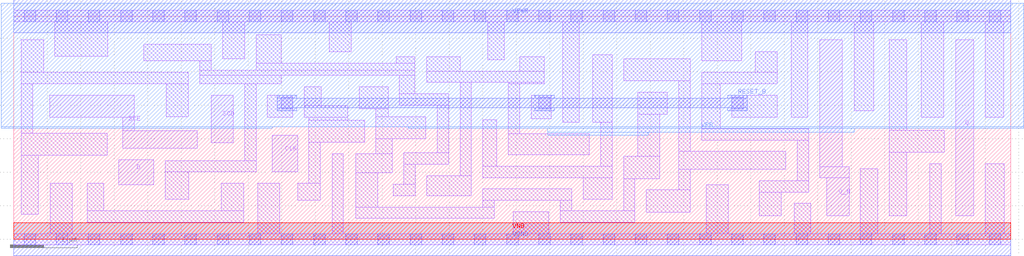
<source format=lef>
# Copyright 2020 The SkyWater PDK Authors
#
# Licensed under the Apache License, Version 2.0 (the "License");
# you may not use this file except in compliance with the License.
# You may obtain a copy of the License at
#
#     https://www.apache.org/licenses/LICENSE-2.0
#
# Unless required by applicable law or agreed to in writing, software
# distributed under the License is distributed on an "AS IS" BASIS,
# WITHOUT WARRANTIES OR CONDITIONS OF ANY KIND, either express or implied.
# See the License for the specific language governing permissions and
# limitations under the License.
#
# SPDX-License-Identifier: Apache-2.0

VERSION 5.7 ;
  NOWIREEXTENSIONATPIN ON ;
  DIVIDERCHAR "/" ;
  BUSBITCHARS "[]" ;
MACRO sky130_fd_sc_ms__sdfrbp_2
  CLASS CORE ;
  FOREIGN sky130_fd_sc_ms__sdfrbp_2 ;
  ORIGIN  0.000000  0.000000 ;
  SIZE  14.88000 BY  3.330000 ;
  SYMMETRY X Y R90 ;
  SITE unit ;
  PIN D
    ANTENNAGATEAREA  0.178200 ;
    DIRECTION INPUT ;
    USE SIGNAL ;
    PORT
      LAYER li1 ;
        RECT 1.565000 0.810000 2.090000 1.190000 ;
    END
  END D
  PIN Q
    ANTENNADIFFAREA  0.509600 ;
    DIRECTION OUTPUT ;
    USE SIGNAL ;
    PORT
      LAYER li1 ;
        RECT 14.055000 0.350000 14.325000 2.980000 ;
    END
  END Q
  PIN Q_N
    ANTENNADIFFAREA  0.509600 ;
    DIRECTION OUTPUT ;
    USE SIGNAL ;
    PORT
      LAYER li1 ;
        RECT 12.030000 0.915000 12.465000 1.085000 ;
        RECT 12.030000 1.085000 12.360000 2.980000 ;
        RECT 12.135000 0.350000 12.465000 0.915000 ;
    END
  END Q_N
  PIN RESET_B
    ANTENNAGATEAREA  0.455400 ;
    DIRECTION INPUT ;
    USE SIGNAL ;
    PORT
      LAYER met1 ;
        RECT  3.935000 1.920000  4.225000 1.965000 ;
        RECT  3.935000 1.965000 10.945000 2.105000 ;
        RECT  3.935000 2.105000  4.225000 2.150000 ;
        RECT  7.775000 1.920000  8.065000 1.965000 ;
        RECT  7.775000 2.105000  8.065000 2.150000 ;
        RECT 10.655000 1.920000 10.945000 1.965000 ;
        RECT 10.655000 2.105000 10.945000 2.150000 ;
    END
  END RESET_B
  PIN SCD
    ANTENNAGATEAREA  0.178200 ;
    DIRECTION INPUT ;
    USE SIGNAL ;
    PORT
      LAYER li1 ;
        RECT 2.945000 1.440000 3.275000 2.150000 ;
    END
  END SCD
  PIN SCE
    ANTENNAGATEAREA  0.356400 ;
    DIRECTION INPUT ;
    USE SIGNAL ;
    PORT
      LAYER li1 ;
        RECT 0.540000 1.820000 1.795000 2.150000 ;
        RECT 1.625000 1.360000 2.735000 1.620000 ;
        RECT 1.625000 1.620000 1.795000 1.820000 ;
    END
  END SCE
  PIN CLK
    ANTENNAGATEAREA  0.312600 ;
    DIRECTION INPUT ;
    USE CLOCK ;
    PORT
      LAYER li1 ;
        RECT 3.855000 1.005000 4.235000 1.550000 ;
    END
  END CLK
  PIN VGND
    DIRECTION INOUT ;
    USE GROUND ;
    PORT
      LAYER met1 ;
        RECT 0.000000 -0.245000 14.880000 0.245000 ;
    END
  END VGND
  PIN VNB
    DIRECTION INOUT ;
    USE GROUND ;
    PORT
      LAYER pwell ;
        RECT 0.000000 0.000000 14.880000 0.245000 ;
    END
  END VNB
  PIN VPB
    DIRECTION INOUT ;
    USE POWER ;
    PORT
      LAYER nwell ;
        RECT -0.190000 1.660000  3.860000 1.675000 ;
        RECT -0.190000 1.675000 15.070000 3.520000 ;
        RECT  5.885000 1.660000 15.070000 1.675000 ;
        RECT  7.970000 1.555000  9.470000 1.595000 ;
        RECT  7.970000 1.595000 12.540000 1.660000 ;
    END
  END VPB
  PIN VPWR
    DIRECTION INOUT ;
    USE POWER ;
    PORT
      LAYER met1 ;
        RECT 0.000000 3.085000 14.880000 3.575000 ;
    END
  END VPWR
  OBS
    LAYER li1 ;
      RECT  0.000000 -0.085000 14.880000 0.085000 ;
      RECT  0.000000  3.245000 14.880000 3.415000 ;
      RECT  0.115000  0.375000  0.365000 1.250000 ;
      RECT  0.115000  1.250000  1.395000 1.580000 ;
      RECT  0.115000  1.580000  0.285000 2.320000 ;
      RECT  0.115000  2.320000  2.605000 2.490000 ;
      RECT  0.115000  2.490000  0.445000 2.980000 ;
      RECT  0.545000  0.085000  0.875000 0.835000 ;
      RECT  0.615000  2.730000  1.400000 3.245000 ;
      RECT  1.095000  0.255000  3.430000 0.425000 ;
      RECT  1.095000  0.425000  1.345000 0.835000 ;
      RECT  1.940000  2.660000  2.945000 2.910000 ;
      RECT  2.260000  0.595000  2.610000 1.005000 ;
      RECT  2.260000  1.005000  3.615000 1.175000 ;
      RECT  2.275000  1.830000  2.605000 2.320000 ;
      RECT  2.775000  2.320000  3.995000 2.445000 ;
      RECT  2.775000  2.445000  5.985000 2.520000 ;
      RECT  2.775000  2.520000  2.945000 2.660000 ;
      RECT  3.100000  0.425000  3.430000 0.835000 ;
      RECT  3.115000  2.690000  3.445000 3.245000 ;
      RECT  3.445000  1.175000  3.615000 2.320000 ;
      RECT  3.615000  2.520000  5.985000 2.625000 ;
      RECT  3.615000  2.625000  3.995000 3.055000 ;
      RECT  3.640000  0.085000  3.970000 0.835000 ;
      RECT  3.785000  1.820000  4.165000 2.150000 ;
      RECT  4.240000  0.585000  4.575000 0.835000 ;
      RECT  4.335000  1.820000  4.985000 1.990000 ;
      RECT  4.335000  1.990000  4.585000 2.275000 ;
      RECT  4.405000  0.835000  4.575000 1.445000 ;
      RECT  4.405000  1.445000  5.235000 1.775000 ;
      RECT  4.405000  1.775000  4.985000 1.820000 ;
      RECT  4.705000  2.795000  5.035000 3.245000 ;
      RECT  4.750000  0.085000  4.920000 1.275000 ;
      RECT  5.100000  0.310000  7.170000 0.480000 ;
      RECT  5.100000  0.480000  5.430000 0.990000 ;
      RECT  5.100000  0.990000  5.645000 1.275000 ;
      RECT  5.155000  1.945000  5.585000 2.275000 ;
      RECT  5.405000  1.275000  5.645000 1.500000 ;
      RECT  5.405000  1.500000  6.150000 1.830000 ;
      RECT  5.405000  1.830000  5.585000 1.945000 ;
      RECT  5.660000  0.650000  5.990000 0.820000 ;
      RECT  5.710000  2.625000  5.985000 2.725000 ;
      RECT  5.755000  2.000000  6.490000 2.170000 ;
      RECT  5.755000  2.170000  5.985000 2.445000 ;
      RECT  5.820000  0.820000  5.990000 1.120000 ;
      RECT  5.820000  1.120000  6.490000 1.290000 ;
      RECT  6.160000  0.650000  6.830000 0.950000 ;
      RECT  6.160000  2.340000  7.915000 2.510000 ;
      RECT  6.160000  2.510000  6.660000 2.725000 ;
      RECT  6.320000  1.290000  6.490000 2.000000 ;
      RECT  6.660000  0.950000  6.830000 2.340000 ;
      RECT  7.000000  0.480000  7.170000 0.580000 ;
      RECT  7.000000  0.580000  8.325000 0.750000 ;
      RECT  7.000000  0.920000  8.930000 1.090000 ;
      RECT  7.000000  1.090000  7.210000 1.780000 ;
      RECT  7.070000  2.680000  7.320000 3.245000 ;
      RECT  7.380000  1.260000  8.590000 1.575000 ;
      RECT  7.380000  1.575000  7.550000 2.320000 ;
      RECT  7.380000  2.320000  7.915000 2.340000 ;
      RECT  7.450000  0.085000  7.985000 0.410000 ;
      RECT  7.550000  2.510000  7.915000 2.725000 ;
      RECT  7.720000  1.795000  8.020000 2.150000 ;
      RECT  8.155000  0.255000  9.270000 0.425000 ;
      RECT  8.155000  0.425000  8.325000 0.580000 ;
      RECT  8.190000  1.745000  8.440000 3.245000 ;
      RECT  8.495000  0.595000  8.930000 0.920000 ;
      RECT  8.640000  1.745000  8.930000 2.755000 ;
      RECT  8.760000  1.090000  8.930000 1.745000 ;
      RECT  9.100000  0.425000  9.270000 0.905000 ;
      RECT  9.100000  0.905000  9.640000 1.235000 ;
      RECT  9.100000  2.365000 10.095000 2.695000 ;
      RECT  9.310000  1.235000  9.640000 1.865000 ;
      RECT  9.310000  1.865000  9.755000 2.195000 ;
      RECT  9.440000  0.405000 10.095000 0.735000 ;
      RECT  9.925000  0.735000 10.095000 1.045000 ;
      RECT  9.925000  1.045000 11.520000 1.310000 ;
      RECT  9.925000  1.310000 10.095000 2.365000 ;
      RECT 10.265000  1.480000 11.860000 1.650000 ;
      RECT 10.265000  1.650000 10.545000 2.320000 ;
      RECT 10.265000  2.320000 11.395000 2.490000 ;
      RECT 10.265000  2.660000 10.860000 3.245000 ;
      RECT 10.335000  0.085000 10.665000 0.810000 ;
      RECT 10.715000  1.820000 11.395000 2.150000 ;
      RECT 11.065000  2.490000 11.395000 2.795000 ;
      RECT 11.125000  0.350000 11.455000 0.705000 ;
      RECT 11.125000  0.705000 11.860000 0.875000 ;
      RECT 11.600000  1.820000 11.850000 3.245000 ;
      RECT 11.645000  0.085000 11.895000 0.535000 ;
      RECT 11.690000  0.875000 11.860000 1.480000 ;
      RECT 12.540000  1.920000 12.830000 3.245000 ;
      RECT 12.635000  0.085000 12.895000 1.050000 ;
      RECT 13.065000  0.350000 13.325000 1.300000 ;
      RECT 13.065000  1.300000 13.885000 1.630000 ;
      RECT 13.065000  1.630000 13.325000 2.980000 ;
      RECT 13.545000  1.820000 13.875000 3.245000 ;
      RECT 13.670000  0.085000 13.840000 1.130000 ;
      RECT 14.495000  0.085000 14.780000 1.130000 ;
      RECT 14.495000  1.820000 14.775000 3.245000 ;
    LAYER mcon ;
      RECT  0.155000 -0.085000  0.325000 0.085000 ;
      RECT  0.155000  3.245000  0.325000 3.415000 ;
      RECT  0.635000 -0.085000  0.805000 0.085000 ;
      RECT  0.635000  3.245000  0.805000 3.415000 ;
      RECT  1.115000 -0.085000  1.285000 0.085000 ;
      RECT  1.115000  3.245000  1.285000 3.415000 ;
      RECT  1.595000 -0.085000  1.765000 0.085000 ;
      RECT  1.595000  3.245000  1.765000 3.415000 ;
      RECT  2.075000 -0.085000  2.245000 0.085000 ;
      RECT  2.075000  3.245000  2.245000 3.415000 ;
      RECT  2.555000 -0.085000  2.725000 0.085000 ;
      RECT  2.555000  3.245000  2.725000 3.415000 ;
      RECT  3.035000 -0.085000  3.205000 0.085000 ;
      RECT  3.035000  3.245000  3.205000 3.415000 ;
      RECT  3.515000 -0.085000  3.685000 0.085000 ;
      RECT  3.515000  3.245000  3.685000 3.415000 ;
      RECT  3.995000 -0.085000  4.165000 0.085000 ;
      RECT  3.995000  1.950000  4.165000 2.120000 ;
      RECT  3.995000  3.245000  4.165000 3.415000 ;
      RECT  4.475000 -0.085000  4.645000 0.085000 ;
      RECT  4.475000  3.245000  4.645000 3.415000 ;
      RECT  4.955000 -0.085000  5.125000 0.085000 ;
      RECT  4.955000  3.245000  5.125000 3.415000 ;
      RECT  5.435000 -0.085000  5.605000 0.085000 ;
      RECT  5.435000  3.245000  5.605000 3.415000 ;
      RECT  5.915000 -0.085000  6.085000 0.085000 ;
      RECT  5.915000  3.245000  6.085000 3.415000 ;
      RECT  6.395000 -0.085000  6.565000 0.085000 ;
      RECT  6.395000  3.245000  6.565000 3.415000 ;
      RECT  6.875000 -0.085000  7.045000 0.085000 ;
      RECT  6.875000  3.245000  7.045000 3.415000 ;
      RECT  7.355000 -0.085000  7.525000 0.085000 ;
      RECT  7.355000  3.245000  7.525000 3.415000 ;
      RECT  7.835000 -0.085000  8.005000 0.085000 ;
      RECT  7.835000  1.950000  8.005000 2.120000 ;
      RECT  7.835000  3.245000  8.005000 3.415000 ;
      RECT  8.315000 -0.085000  8.485000 0.085000 ;
      RECT  8.315000  3.245000  8.485000 3.415000 ;
      RECT  8.795000 -0.085000  8.965000 0.085000 ;
      RECT  8.795000  3.245000  8.965000 3.415000 ;
      RECT  9.275000 -0.085000  9.445000 0.085000 ;
      RECT  9.275000  3.245000  9.445000 3.415000 ;
      RECT  9.755000 -0.085000  9.925000 0.085000 ;
      RECT  9.755000  3.245000  9.925000 3.415000 ;
      RECT 10.235000 -0.085000 10.405000 0.085000 ;
      RECT 10.235000  3.245000 10.405000 3.415000 ;
      RECT 10.715000 -0.085000 10.885000 0.085000 ;
      RECT 10.715000  1.950000 10.885000 2.120000 ;
      RECT 10.715000  3.245000 10.885000 3.415000 ;
      RECT 11.195000 -0.085000 11.365000 0.085000 ;
      RECT 11.195000  3.245000 11.365000 3.415000 ;
      RECT 11.675000 -0.085000 11.845000 0.085000 ;
      RECT 11.675000  3.245000 11.845000 3.415000 ;
      RECT 12.155000 -0.085000 12.325000 0.085000 ;
      RECT 12.155000  3.245000 12.325000 3.415000 ;
      RECT 12.635000 -0.085000 12.805000 0.085000 ;
      RECT 12.635000  3.245000 12.805000 3.415000 ;
      RECT 13.115000 -0.085000 13.285000 0.085000 ;
      RECT 13.115000  3.245000 13.285000 3.415000 ;
      RECT 13.595000 -0.085000 13.765000 0.085000 ;
      RECT 13.595000  3.245000 13.765000 3.415000 ;
      RECT 14.075000 -0.085000 14.245000 0.085000 ;
      RECT 14.075000  3.245000 14.245000 3.415000 ;
      RECT 14.555000 -0.085000 14.725000 0.085000 ;
      RECT 14.555000  3.245000 14.725000 3.415000 ;
  END
END sky130_fd_sc_ms__sdfrbp_2
END LIBRARY

</source>
